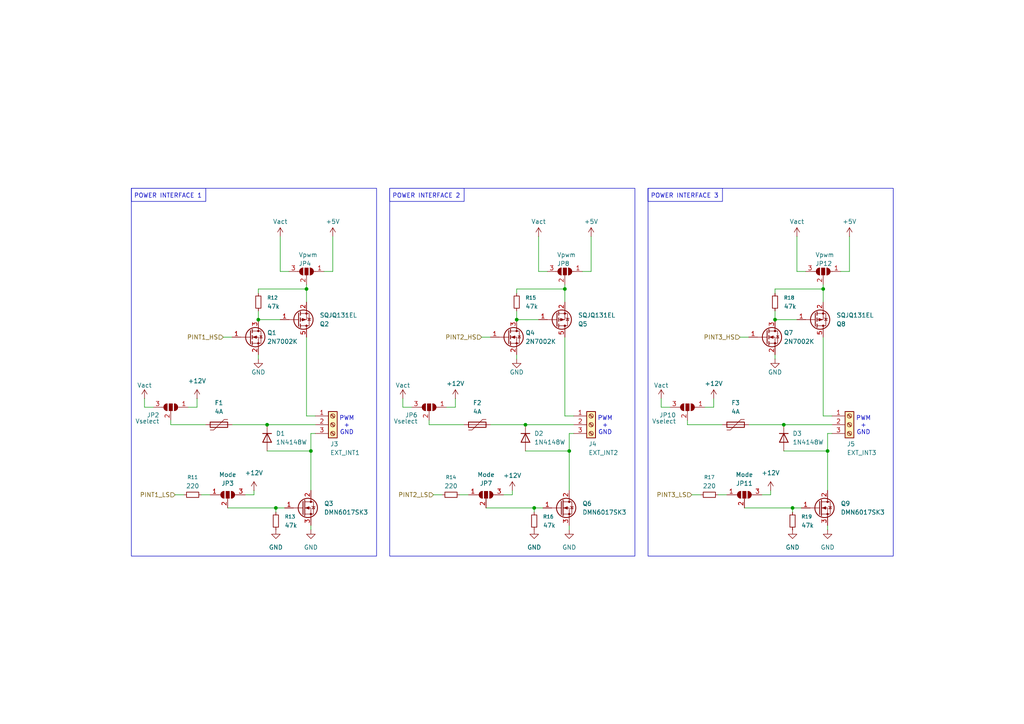
<source format=kicad_sch>
(kicad_sch (version 20250114) (generator "eeschema") (generator_version "9.0")
  (paper "A4")
  (title_block (title "Modulo Attuazione") (date "2025-11-28") (company "StarPi"))
  (lib_symbols
    (symbol "Connector:Screw_Terminal_01x03" (pin_names (offset 1.016) (hide yes))
      (property "Reference" "J" (at 0 5.08 0))
      (property "Value" "Screw_Terminal_01x03" (at 0 -5.08 0))
      (symbol "Screw_Terminal_01x03_1_1"
        (rectangle (start -1.27 3.81) (end 1.27 -3.81) (stroke (width 0.254)) (fill (type background)))
        (polyline (pts (xy -0.5334 2.8702) (xy 0.3302 2.032)) (stroke (width 0.1524)))
        (polyline (pts (xy -0.5334 0.3302) (xy 0.3302 -0.508)) (stroke (width 0.1524)))
        (polyline (pts (xy -0.5334 -2.2098) (xy 0.3302 -3.048)) (stroke (width 0.1524)))
        (polyline (pts (xy -0.3556 3.048) (xy 0.508 2.2098)) (stroke (width 0.1524)))
        (polyline (pts (xy -0.3556 0.508) (xy 0.508 -0.3302)) (stroke (width 0.1524)))
        (polyline (pts (xy -0.3556 -2.032) (xy 0.508 -2.8702)) (stroke (width 0.1524)))
        (circle (center 0 2.54) (radius 0.635) (stroke (width 0.1524)))
        (circle (center 0 0) (radius 0.635) (stroke (width 0.1524)))
        (circle (center 0 -2.54) (radius 0.635) (stroke (width 0.1524)))
        (pin passive line (at -5.08 2.54 0) (length 3.81) (name "Pin_1") (number "1"))
        (pin passive line (at -5.08 0 0) (length 3.81) (name "Pin_2") (number "2"))
        (pin passive line (at -5.08 -2.54 0) (length 3.81) (name "Pin_3") (number "3"))
      )
    )
    (symbol "Device:Polyfuse" (pin_numbers (hide yes)) (pin_names (offset 0))
      (property "Reference" "F" (at -2.54 0 90))
      (property "Value" "Polyfuse" (at 2.54 0 90))
      (symbol "Polyfuse_0_1"
        (polyline (pts (xy -1.524 2.54) (xy -1.524 1.524) (xy 1.524 -1.524) (xy 1.524 -2.54)))
        (rectangle (start -0.762 2.54) (end 0.762 -2.54) (stroke (width 0.254)))
        (polyline (pts (xy 0 2.54) (xy 0 -2.54)))
      )
      (symbol "Polyfuse_1_1"
        (pin passive line (at 0 3.81 270) (length 1.27) (name "~") (number "1"))
        (pin passive line (at 0 -3.81 90) (length 1.27) (name "~") (number "2"))
      )
    )
    (symbol "Device:R_Small" (pin_numbers (hide yes)) (pin_names (offset 0.254) (hide yes))
      (property "Reference" "R" (at 0 0 90))
      (property "Value" "R_Small" (at 1.778 0 90))
      (symbol "R_Small_0_1"
        (rectangle (start -0.762 1.778) (end 0.762 -1.778) (stroke (width 0.2032)))
      )
      (symbol "R_Small_1_1"
        (pin passive line (at 0 2.54 270) (length 0.762) (name "~") (number "1"))
        (pin passive line (at 0 -2.54 90) (length 0.762) (name "~") (number "2"))
      )
    )
    (symbol "Diode:1N4148W" (pin_numbers (hide yes)) (pin_names (hide yes))
      (property "Reference" "D" (at 0 2.54 0))
      (property "Value" "1N4148W" (at 0 -2.54 0))
      (symbol "1N4148W_0_1"
        (polyline (pts (xy -1.27 1.27) (xy -1.27 -1.27)) (stroke (width 0.254)))
        (polyline (pts (xy 1.27 1.27) (xy 1.27 -1.27) (xy -1.27 0) (xy 1.27 1.27)) (stroke (width 0.254)))
        (polyline (pts (xy 1.27 0) (xy -1.27 0)))
      )
      (symbol "1N4148W_1_1"
        (pin passive line (at -3.81 0 0) (length 2.54) (name "K") (number "1"))
        (pin passive line (at 3.81 0 180) (length 2.54) (name "A") (number "2"))
      )
    )
    (symbol "Jumper:SolderJumper_3_Open" (pin_names (offset 0) (hide yes)) (in_bom no)
      (property "Reference" "JP" (at -2.54 -2.54 0))
      (property "Value" "SolderJumper_3_Open" (at 0 2.794 0))
      (symbol "SolderJumper_3_Open_0_1"
        (polyline (pts (xy -2.54 0) (xy -2.032 0)))
        (polyline (pts (xy -1.016 1.016) (xy -1.016 -1.016)))
        (arc (start -1.016 -1.016) (mid -2.0276 0) (end -1.016 1.016))
        (arc (start -1.016 -1.016) (mid -2.0276 0) (end -1.016 1.016) (fill (type outline)))
        (rectangle (start -0.508 1.016) (end 0.508 -1.016) (fill (type outline)))
        (polyline (pts (xy 0 -1.27) (xy 0 -1.016)))
        (arc (start 1.016 1.016) (mid 2.0276 0) (end 1.016 -1.016))
        (arc (start 1.016 1.016) (mid 2.0276 0) (end 1.016 -1.016) (fill (type outline)))
        (polyline (pts (xy 1.016 1.016) (xy 1.016 -1.016)))
        (polyline (pts (xy 2.54 0) (xy 2.032 0)))
      )
      (symbol "SolderJumper_3_Open_1_1"
        (pin passive line (at -5.08 0 0) (length 2.54) (name "A") (number "1"))
        (pin passive line (at 0 -3.81 90) (length 2.54) (name "C") (number "2"))
        (pin passive line (at 5.08 0 180) (length 2.54) (name "B") (number "3"))
      )
    )
    (symbol "Transistor_FET:2N7002K" (pin_names (offset 0) (hide yes))
      (property "Reference" "Q" (at 5.08 1.905 0))
      (property "Value" "2N7002K" (at 5.08 0 0))
      (symbol "2N7002K_0_1"
        (polyline (pts (xy 0.254 1.905) (xy 0.254 -1.905)) (stroke (width 0.254)))
        (polyline (pts (xy 0.254 0) (xy -2.54 0)))
        (polyline (pts (xy 0.762 2.286) (xy 0.762 1.27)) (stroke (width 0.254)))
        (polyline (pts (xy 0.762 0.508) (xy 0.762 -0.508)) (stroke (width 0.254)))
        (polyline (pts (xy 0.762 -1.27) (xy 0.762 -2.286)) (stroke (width 0.254)))
        (polyline (pts (xy 0.762 -1.778) (xy 3.302 -1.778) (xy 3.302 1.778) (xy 0.762 1.778)))
        (polyline (pts (xy 1.016 0) (xy 2.032 0.381) (xy 2.032 -0.381) (xy 1.016 0)) (fill (type outline)))
        (circle (center 1.651 0) (radius 2.794) (stroke (width 0.254)))
        (polyline (pts (xy 2.54 2.54) (xy 2.54 1.778)))
        (circle (center 2.54 1.778) (radius 0.254) (fill (type outline)))
        (circle (center 2.54 -1.778) (radius 0.254) (fill (type outline)))
        (polyline (pts (xy 2.54 -2.54) (xy 2.54 0) (xy 0.762 0)))
        (polyline (pts (xy 2.921 0.381) (xy 3.683 0.381)))
        (polyline (pts (xy 3.302 0.381) (xy 2.921 -0.254) (xy 3.683 -0.254) (xy 3.302 0.381)))
      )
      (symbol "2N7002K_1_1"
        (pin input line (at -5.08 0 0) (length 2.54) (name "G") (number "1"))
        (pin passive line (at 2.54 5.08 270) (length 2.54) (name "D") (number "3"))
        (pin passive line (at 2.54 -5.08 90) (length 2.54) (name "S") (number "2"))
      )
    )
    (symbol "Transistor_FET:SQJQ131EL" (pin_names (hide yes))
      (property "Reference" "Q" (at 5.08 1.905 0))
      (property "Value" "SQJQ131EL" (at 5.08 0 0))
      (symbol "SQJQ131EL_0_1"
        (polyline (pts (xy 0.254 1.905) (xy 0.254 -1.905)) (stroke (width 0.254)))
        (polyline (pts (xy 0.254 0) (xy -2.54 0)))
        (polyline (pts (xy 0.762 2.286) (xy 0.762 1.27)) (stroke (width 0.254)))
        (polyline (pts (xy 0.762 1.778) (xy 3.302 1.778) (xy 3.302 -1.778) (xy 0.762 -1.778)))
        (polyline (pts (xy 0.762 0.508) (xy 0.762 -0.508)) (stroke (width 0.254)))
        (polyline (pts (xy 0.762 -1.27) (xy 0.762 -2.286)) (stroke (width 0.254)))
        (circle (center 1.651 0) (radius 2.794) (stroke (width 0.254)))
        (polyline (pts (xy 2.286 0) (xy 1.27 0.381) (xy 1.27 -0.381) (xy 2.286 0)) (fill (type outline)))
        (polyline (pts (xy 2.54 2.54) (xy 2.54 1.778)))
        (circle (center 2.54 1.778) (radius 0.254) (fill (type outline)))
        (circle (center 2.54 -1.778) (radius 0.254) (fill (type outline)))
        (polyline (pts (xy 2.54 -2.54) (xy 2.54 0) (xy 0.762 0)))
        (polyline (pts (xy 2.794 -0.508) (xy 2.921 -0.381) (xy 3.683 -0.381) (xy 3.81 -0.254)))
        (polyline (pts (xy 3.302 -0.381) (xy 2.921 0.254) (xy 3.683 0.254) (xy 3.302 -0.381)))
      )
      (symbol "SQJQ131EL_1_1"
        (pin input line (at -5.08 0 0) (length 2.54) (name "G") (number "1"))
        (pin passive line (at 2.54 5.08 270) (length 2.54) (name "D") (number "5"))
        (pin passive line (at 2.54 -5.08 90) (length 2.54) (name "S") (number "2"))
        (pin passive line (at 2.54 -5.08 90) (length 2.54) (hide yes) (name "S") (number "3"))
        (pin passive line (at 2.54 -5.08 90) (length 2.54) (hide yes) (name "S") (number "4"))
      )
    )
    (symbol "Transistor_FET_Other:Q_NMOS_Depletion_GDS" (pin_names (offset 0) (hide yes))
      (property "Reference" "Q" (at 5.08 1.905 0))
      (property "Value" "Q_NMOS_Depletion_GDS" (at 5.08 0 0))
      (symbol "Q_NMOS_Depletion_GDS_0_1"
        (polyline (pts (xy 0.254 1.905) (xy 0.254 -1.905)) (stroke (width 0.254)))
        (polyline (pts (xy 0.254 0) (xy -2.54 0)))
        (polyline (pts (xy 0.762 2.286) (xy 0.762 -2.286)) (stroke (width 0.254)))
        (polyline (pts (xy 0.762 -1.778) (xy 3.302 -1.778) (xy 3.302 1.778) (xy 0.762 1.778)))
        (polyline (pts (xy 1.016 0) (xy 2.032 0.381) (xy 2.032 -0.381) (xy 1.016 0)) (fill (type outline)))
        (circle (center 1.651 0) (radius 2.794) (stroke (width 0.254)))
        (polyline (pts (xy 2.54 2.54) (xy 2.54 1.778)))
        (circle (center 2.54 1.778) (radius 0.254) (fill (type outline)))
        (circle (center 2.54 -1.778) (radius 0.254) (fill (type outline)))
        (polyline (pts (xy 2.54 -2.54) (xy 2.54 0) (xy 0.762 0)))
        (polyline (pts (xy 2.794 0.508) (xy 2.921 0.381) (xy 3.683 0.381) (xy 3.81 0.254)))
        (polyline (pts (xy 3.302 0.381) (xy 2.921 -0.254) (xy 3.683 -0.254) (xy 3.302 0.381)))
      )
      (symbol "Q_NMOS_Depletion_GDS_1_1"
        (pin input line (at -5.08 0 0) (length 2.54) (name "G") (number "1"))
        (pin passive line (at 2.54 5.08 270) (length 2.54) (name "D") (number "2"))
        (pin passive line (at 2.54 -5.08 90) (length 2.54) (name "S") (number "3"))
      )
    )
    (symbol "power:+12V" (power) (pin_numbers (hide yes)) (pin_names (offset 0) (hide yes))
      (property "Value" "+12V" (at 0 3.556 0))
      (symbol "+12V_0_1"
        (polyline (pts (xy -0.762 1.27) (xy 0 2.54)))
        (polyline (pts (xy 0 2.54) (xy 0.762 1.27)))
        (polyline (pts (xy 0 0) (xy 0 2.54)))
      )
      (symbol "+12V_1_1"
        (pin power_in line (at 0 0 90) (length 0) (name "~") (number "1"))
      )
    )
    (symbol "power:+5V" (power) (pin_numbers (hide yes)) (pin_names (offset 0) (hide yes))
      (property "Value" "+5V" (at 0 3.556 0))
      (symbol "+5V_0_1"
        (polyline (pts (xy -0.762 1.27) (xy 0 2.54)))
        (polyline (pts (xy 0 2.54) (xy 0.762 1.27)))
        (polyline (pts (xy 0 0) (xy 0 2.54)))
      )
      (symbol "+5V_1_1"
        (pin power_in line (at 0 0 90) (length 0) (name "~") (number "1"))
      )
    )
    (symbol "power:+9V" (power) (pin_numbers (hide yes)) (pin_names (offset 0) (hide yes))
      (property "Value" "+9V" (at 0 3.556 0))
      (symbol "+9V_0_1"
        (polyline (pts (xy -0.762 1.27) (xy 0 2.54)))
        (polyline (pts (xy 0 2.54) (xy 0.762 1.27)))
        (polyline (pts (xy 0 0) (xy 0 2.54)))
      )
      (symbol "+9V_1_1"
        (pin power_in line (at 0 0 90) (length 0) (name "~") (number "1"))
      )
    )
    (symbol "power:GND" (power) (pin_numbers (hide yes)) (pin_names (offset 0) (hide yes))
      (property "Value" "GND" (at 0 -3.81 0))
      (symbol "GND_0_1"
        (polyline (pts (xy 0 0) (xy 0 -1.27) (xy 1.27 -1.27) (xy 0 -2.54) (xy -1.27 -1.27) (xy 0 -1.27)))
      )
      (symbol "GND_1_1"
        (pin power_in line (at 0 0 270) (length 0) (name "~") (number "1"))
      )
    )
  )
  (rectangle (start 38.1 54.61) (end 59.69 58.42))
  (rectangle (start 187.96 54.61) (end 259.08 161.29))
  (rectangle (start 38.1 54.61) (end 109.22 161.29))
  (rectangle (start 113.03 54.61) (end 134.62 58.42))
  (rectangle (start 113.03 54.61) (end 184.15 161.29))
  (rectangle (start 187.96 54.61) (end 209.55 58.42))
  (text "PWM\n+\nGND" (at 250.444 123.444 0) (effects (font (size 1.27 1.27))))
  (text "POWER INTERFACE 3" (at 188.722 56.896 0) (effects (font (size 1.27 1.27)) (justify left)))
  (text "POWER INTERFACE 1" (at 38.862 56.896 0) (effects (font (size 1.27 1.27)) (justify left)))
  (text "POWER INTERFACE 2" (at 113.792 56.896 0) (effects (font (size 1.27 1.27)) (justify left)))
  (text "PWM\n+\nGND" (at 100.584 123.444 0) (effects (font (size 1.27 1.27))))
  (text "PWM\n+\nGND" (at 175.514 123.444 0) (effects (font (size 1.27 1.27))))
  (junction (at 90.17 130.81))
  (junction (at 227.33 123.19))
  (junction (at 74.93 92.71))
  (junction (at 229.87 147.32))
  (junction (at 224.79 92.71))
  (junction (at 165.1 130.81))
  (junction (at 152.4 123.19))
  (junction (at 77.47 123.19))
  (junction (at 163.83 83.82))
  (junction (at 88.9 83.82))
  (junction (at 149.86 92.71))
  (junction (at 80.01 147.32))
  (junction (at 154.94 147.32))
  (junction (at 238.76 83.82))
  (junction (at 240.03 130.81))
  (wire (pts (xy 246.38 68.58) (xy 246.38 78.74)))
  (wire (pts (xy 200.66 143.51) (xy 203.2 143.51)))
  (wire (pts (xy 156.21 68.58) (xy 156.21 78.74)))
  (wire (pts (xy 165.1 152.4) (xy 165.1 153.67)))
  (wire (pts (xy 149.86 92.71) (xy 156.21 92.71)))
  (wire (pts (xy 90.17 130.81) (xy 90.17 125.73)))
  (wire (pts (xy 214.63 97.79) (xy 217.17 97.79)))
  (wire (pts (xy 231.14 68.58) (xy 231.14 78.74)))
  (wire (pts (xy 223.52 143.51) (xy 223.52 142.24)))
  (wire (pts (xy 207.01 118.11) (xy 207.01 115.57)))
  (wire (pts (xy 124.46 123.19) (xy 134.62 123.19)))
  (wire (pts (xy 142.24 123.19) (xy 152.4 123.19)))
  (wire (pts (xy 129.54 118.11) (xy 132.08 118.11)))
  (wire (pts (xy 90.17 125.73) (xy 91.44 125.73)))
  (wire (pts (xy 149.86 85.09) (xy 149.86 83.82)))
  (wire (pts (xy 88.9 97.79) (xy 88.9 120.65)))
  (wire (pts (xy 238.76 120.65) (xy 241.3 120.65)))
  (wire (pts (xy 199.39 123.19) (xy 209.55 123.19)))
  (wire (pts (xy 90.17 142.24) (xy 90.17 130.81)))
  (wire (pts (xy 165.1 130.81) (xy 165.1 125.73)))
  (wire (pts (xy 229.87 147.32) (xy 232.41 147.32)))
  (wire (pts (xy 57.15 118.11) (xy 57.15 115.57)))
  (wire (pts (xy 146.05 143.51) (xy 148.59 143.51)))
  (wire (pts (xy 208.28 143.51) (xy 210.82 143.51)))
  (wire (pts (xy 163.83 82.55) (xy 163.83 83.82)))
  (wire (pts (xy 49.53 123.19) (xy 49.53 121.92)))
  (wire (pts (xy 163.83 83.82) (xy 163.83 87.63)))
  (wire (pts (xy 73.66 143.51) (xy 73.66 142.24)))
  (wire (pts (xy 148.59 143.51) (xy 148.59 142.24)))
  (wire (pts (xy 224.79 83.82) (xy 238.76 83.82)))
  (wire (pts (xy 224.79 92.71) (xy 231.14 92.71)))
  (wire (pts (xy 74.93 104.14) (xy 74.93 102.87)))
  (wire (pts (xy 220.98 143.51) (xy 223.52 143.51)))
  (wire (pts (xy 231.14 78.74) (xy 233.68 78.74)))
  (wire (pts (xy 90.17 152.4) (xy 90.17 153.67)))
  (wire (pts (xy 81.28 78.74) (xy 83.82 78.74)))
  (wire (pts (xy 152.4 130.81) (xy 165.1 130.81)))
  (wire (pts (xy 240.03 152.4) (xy 240.03 153.67)))
  (wire (pts (xy 165.1 142.24) (xy 165.1 130.81)))
  (wire (pts (xy 41.91 118.11) (xy 44.45 118.11)))
  (wire (pts (xy 124.46 123.19) (xy 124.46 121.92)))
  (wire (pts (xy 199.39 123.19) (xy 199.39 121.92)))
  (wire (pts (xy 154.94 147.32) (xy 157.48 147.32)))
  (wire (pts (xy 80.01 147.32) (xy 82.55 147.32)))
  (wire (pts (xy 163.83 120.65) (xy 166.37 120.65)))
  (wire (pts (xy 81.28 68.58) (xy 81.28 78.74)))
  (wire (pts (xy 240.03 142.24) (xy 240.03 130.81)))
  (wire (pts (xy 156.21 78.74) (xy 158.75 78.74)))
  (wire (pts (xy 238.76 97.79) (xy 238.76 120.65)))
  (wire (pts (xy 58.42 143.51) (xy 60.96 143.51)))
  (wire (pts (xy 41.91 118.11) (xy 41.91 115.57)))
  (wire (pts (xy 50.8 143.51) (xy 53.34 143.51)))
  (wire (pts (xy 71.12 143.51) (xy 73.66 143.51)))
  (wire (pts (xy 96.52 68.58) (xy 96.52 78.74)))
  (wire (pts (xy 149.86 90.17) (xy 149.86 92.71)))
  (wire (pts (xy 74.93 83.82) (xy 88.9 83.82)))
  (wire (pts (xy 125.73 143.51) (xy 128.27 143.51)))
  (wire (pts (xy 49.53 123.19) (xy 59.69 123.19)))
  (wire (pts (xy 227.33 123.19) (xy 241.3 123.19)))
  (wire (pts (xy 154.94 148.59) (xy 154.94 147.32)))
  (wire (pts (xy 74.93 90.17) (xy 74.93 92.71)))
  (wire (pts (xy 152.4 123.19) (xy 166.37 123.19)))
  (wire (pts (xy 165.1 125.73) (xy 166.37 125.73)))
  (wire (pts (xy 215.9 147.32) (xy 229.87 147.32)))
  (wire (pts (xy 224.79 85.09) (xy 224.79 83.82)))
  (wire (pts (xy 227.33 130.81) (xy 240.03 130.81)))
  (wire (pts (xy 80.01 148.59) (xy 80.01 147.32)))
  (wire (pts (xy 191.77 118.11) (xy 194.31 118.11)))
  (wire (pts (xy 149.86 104.14) (xy 149.86 102.87)))
  (wire (pts (xy 66.04 147.32) (xy 80.01 147.32)))
  (wire (pts (xy 139.7 97.79) (xy 142.24 97.79)))
  (wire (pts (xy 77.47 123.19) (xy 91.44 123.19)))
  (wire (pts (xy 171.45 78.74) (xy 168.91 78.74)))
  (wire (pts (xy 116.84 118.11) (xy 119.38 118.11)))
  (wire (pts (xy 224.79 104.14) (xy 224.79 102.87)))
  (wire (pts (xy 191.77 118.11) (xy 191.77 115.57)))
  (wire (pts (xy 204.47 118.11) (xy 207.01 118.11)))
  (wire (pts (xy 133.35 143.51) (xy 135.89 143.51)))
  (wire (pts (xy 88.9 83.82) (xy 88.9 87.63)))
  (wire (pts (xy 116.84 118.11) (xy 116.84 115.57)))
  (wire (pts (xy 224.79 90.17) (xy 224.79 92.71)))
  (wire (pts (xy 88.9 120.65) (xy 91.44 120.65)))
  (wire (pts (xy 229.87 148.59) (xy 229.87 147.32)))
  (wire (pts (xy 171.45 68.58) (xy 171.45 78.74)))
  (wire (pts (xy 96.52 78.74) (xy 93.98 78.74)))
  (wire (pts (xy 240.03 125.73) (xy 241.3 125.73)))
  (wire (pts (xy 140.97 147.32) (xy 154.94 147.32)))
  (wire (pts (xy 67.31 123.19) (xy 77.47 123.19)))
  (wire (pts (xy 74.93 85.09) (xy 74.93 83.82)))
  (wire (pts (xy 74.93 92.71) (xy 81.28 92.71)))
  (wire (pts (xy 132.08 118.11) (xy 132.08 115.57)))
  (wire (pts (xy 149.86 83.82) (xy 163.83 83.82)))
  (wire (pts (xy 238.76 82.55) (xy 238.76 83.82)))
  (wire (pts (xy 64.77 97.79) (xy 67.31 97.79)))
  (wire (pts (xy 163.83 97.79) (xy 163.83 120.65)))
  (wire (pts (xy 88.9 82.55) (xy 88.9 83.82)))
  (wire (pts (xy 217.17 123.19) (xy 227.33 123.19)))
  (wire (pts (xy 238.76 83.82) (xy 238.76 87.63)))
  (wire (pts (xy 54.61 118.11) (xy 57.15 118.11)))
  (wire (pts (xy 246.38 78.74) (xy 243.84 78.74)))
  (wire (pts (xy 77.47 130.81) (xy 90.17 130.81)))
  (wire (pts (xy 240.03 130.81) (xy 240.03 125.73)))
  (hierarchical_label "PINT3_LS" (shape input) (at 200.66 143.51 180))
  (hierarchical_label "PINT1_HS" (shape input) (at 64.77 97.79 180))
  (hierarchical_label "PINT1_LS" (shape input) (at 50.8 143.51 180))
  (hierarchical_label "PINT2_HS" (shape input) (at 139.7 97.79 180))
  (hierarchical_label "PINT3_HS" (shape input) (at 214.63 97.79 180))
  (hierarchical_label "PINT2_LS" (shape input) (at 125.73 143.51 180))
  (symbol (lib_id "power:GND") (at 154.94 153.67 0) (unit 1)
    (property "Reference" "#PWR043" (effects (hide yes)))
    (property "Value" "GND" (at 154.94 158.75 0))
    (property "Description" "Power symbol creates a global label with name \"GND\" , ground" (effects (hide yes)))
  )
  (symbol (lib_id "Jumper:SolderJumper_3_Open") (at 88.9 78.74 0) (mirror y) (unit 1) (in_bom no)
    (property "Reference" "JP4" (at 86.614 76.454 0) (effects (justify right)))
    (property "Value" "Vpwm" (at 86.614 73.914 0) (effects (justify right)))
    (property "Footprint" "Jumper:SolderJumper-3_P2.0mm_Open_TrianglePad1.0x1.5mm_NumberLabels" (effects (hide yes)))
    (property "Description" "Solder Jumper, 3-pole, open" (effects (hide yes)))
  )
  (symbol (lib_id "Jumper:SolderJumper_3_Open") (at 140.97 143.51 0) (unit 1) (in_bom no)
    (property "Reference" "JP7" (at 140.97 140.208 0))
    (property "Value" "Mode" (at 140.97 137.668 0))
    (property "Footprint" "Jumper:SolderJumper-3_P2.0mm_Open_TrianglePad1.0x1.5mm_NumberLabels" (effects (hide yes)))
    (property "Description" "Solder Jumper, 3-pole, open" (effects (hide yes)))
  )
  (symbol (lib_id "power:+9V") (at 81.28 68.58 0) (unit 1)
    (property "Reference" "#PWR033" (effects (hide yes)))
    (property "Value" "Vact" (at 81.28 64.262 0))
    (property "Description" "Power symbol creates a global label with name \"+9V\"" (effects (hide yes)))
  )
  (symbol (lib_id "power:+9V") (at 191.77 115.57 0) (unit 1)
    (property "Reference" "#PWR027" (effects (hide yes)))
    (property "Value" "Vact" (at 191.77 111.76 0))
    (property "Description" "Power symbol creates a global label with name \"+9V\"" (effects (hide yes)))
  )
  (symbol (lib_id "Device:Polyfuse") (at 138.43 123.19 270) (unit 1)
    (property "Reference" "F2" (at 138.43 116.84 90))
    (property "Value" "4A" (at 138.43 119.38 90))
    (property "Footprint" "Fuse:Fuse_2920_7451Metric_Pad2.10x5.45mm_HandSolder" (effects (hide yes)))
  )
  (symbol (lib_id "power:+9V") (at 156.21 68.58 0) (unit 1)
    (property "Reference" "#PWR044" (effects (hide yes)))
    (property "Value" "Vact" (at 156.21 64.262 0))
    (property "Description" "Power symbol creates a global label with name \"+9V\"" (effects (hide yes)))
  )
  (symbol (lib_id "Transistor_FET:SQJQ131EL") (at 86.36 92.71 0) (mirror x) (unit 1)
    (property "Reference" "Q2" (at 92.71 93.9801 0) (effects (justify left)))
    (property "Value" "SQJQ131EL" (at 92.71 91.4401 0) (effects (justify left)))
    (property "Footprint" "Package_TO_SOT_SMD:LFPAK88" (effects (hide yes)))
    (property "Datasheet" "https://www.vishay.com/docs/77936/sqjq131el.pdf" (effects (hide yes)))
    (property "Description" "-280A Id, 30V Vds, P-Channel MOSFET, 1.4mOhm Ron, 82nC Qgd, -55 to 175 °C, LFPAK88" (effects (hide yes)))
    (property "Sim.Device" "PMOS" (effects (hide yes)))
    (property "Sim.Type" "VDMOS" (effects (hide yes)))
    (property "Sim.Pins" "1=D 2=G 3=S" (effects (hide yes)))
  )
  (symbol (lib_id "Diode:1N4148W") (at 152.4 127 270) (unit 1)
    (property "Reference" "D2" (at 154.94 125.7299 90) (effects (justify left)))
    (property "Value" "1N4148W" (at 154.94 128.2699 90) (effects (justify left)))
    (property "Footprint" "Diode_SMD:D_SOD-123" (effects (hide yes)))
    (property "Datasheet" "https://www.vishay.com/docs/85748/1n4148w.pdf" (effects (hide yes)))
    (property "Description" "75V 0.15A Fast Switching Diode, SOD-123" (effects (hide yes)))
    (property "Sim.Device" "D" (effects (hide yes)))
    (property "Sim.Pins" "1=K 2=A" (effects (hide yes)))
  )
  (symbol (lib_id "Jumper:SolderJumper_3_Open") (at 215.9 143.51 0) (unit 1) (in_bom no)
    (property "Reference" "JP11" (at 215.9 140.208 0))
    (property "Value" "Mode" (at 215.9 137.668 0))
    (property "Footprint" "Jumper:SolderJumper-3_P2.0mm_Open_TrianglePad1.0x1.5mm_NumberLabels" (effects (hide yes)))
    (property "Description" "Solder Jumper, 3-pole, open" (effects (hide yes)))
  )
  (symbol (lib_id "power:GND") (at 90.17 153.67 0) (unit 1)
    (property "Reference" "#PWR034" (effects (hide yes)))
    (property "Value" "GND" (at 90.17 158.75 0))
    (property "Description" "Power symbol creates a global label with name \"GND\" , ground" (effects (hide yes)))
  )
  (symbol (lib_id "Connector:Screw_Terminal_01x03") (at 171.45 123.19 0) (unit 1)
    (property "Reference" "J4" (at 170.688 128.778 0) (effects (justify left)))
    (property "Value" "EXT_INT2" (at 170.688 131.318 0) (effects (justify left)))
    (property "Footprint" "TerminalBlock_Phoenix:TerminalBlock_Phoenix_MKDS-1-3-3.81_1x03_P3.81mm_Horizontal" (effects (hide yes)))
    (property "Description" "Generic screw terminal, single row, 01x03, script generated (kicad-library-utils/schlib/autogen/connector/)" (effects (hide yes)))
  )
  (symbol (lib_id "Diode:1N4148W") (at 227.33 127 270) (unit 1)
    (property "Reference" "D3" (at 229.87 125.7299 90) (effects (justify left)))
    (property "Value" "1N4148W" (at 229.87 128.2699 90) (effects (justify left)))
    (property "Footprint" "Diode_SMD:D_SOD-123" (effects (hide yes)))
    (property "Datasheet" "https://www.vishay.com/docs/85748/1n4148w.pdf" (effects (hide yes)))
    (property "Description" "75V 0.15A Fast Switching Diode, SOD-123" (effects (hide yes)))
    (property "Sim.Device" "D" (effects (hide yes)))
    (property "Sim.Pins" "1=K 2=A" (effects (hide yes)))
  )
  (symbol (lib_id "Jumper:SolderJumper_3_Open") (at 163.83 78.74 0) (mirror y) (unit 1) (in_bom no)
    (property "Reference" "JP8" (at 161.544 76.454 0) (effects (justify right)))
    (property "Value" "Vpwm" (at 161.544 73.914 0) (effects (justify right)))
    (property "Footprint" "Jumper:SolderJumper-3_P2.0mm_Open_TrianglePad1.0x1.5mm_NumberLabels" (effects (hide yes)))
    (property "Description" "Solder Jumper, 3-pole, open" (effects (hide yes)))
  )
  (symbol (lib_id "power:+12V") (at 148.59 142.24 0) (unit 1)
    (property "Reference" "#PWR041" (effects (hide yes)))
    (property "Value" "+12V" (at 148.59 137.922 0))
    (property "Description" "Power symbol creates a global label with name \"+12V\"" (effects (hide yes)))
  )
  (symbol (lib_id "power:GND") (at 229.87 153.67 0) (unit 1)
    (property "Reference" "#PWR054" (effects (hide yes)))
    (property "Value" "GND" (at 229.87 158.75 0))
    (property "Description" "Power symbol creates a global label with name \"GND\" , ground" (effects (hide yes)))
  )
  (symbol (lib_id "Device:Polyfuse") (at 213.36 123.19 270) (unit 1)
    (property "Reference" "F3" (at 213.36 116.84 90))
    (property "Value" "4A" (at 213.36 119.38 90))
    (property "Footprint" "Fuse:Fuse_2920_7451Metric_Pad2.10x5.45mm_HandSolder" (effects (hide yes)))
  )
  (symbol (lib_id "Transistor_FET:2N7002K") (at 222.25 97.79 0) (unit 1)
    (property "Reference" "Q7" (at 227.33 96.52 0) (effects (justify left)))
    (property "Value" "2N7002K" (at 227.33 99.06 0) (effects (justify left)))
    (property "Footprint" "Package_TO_SOT_SMD:SOT-23" (effects (hide yes)))
    (property "Datasheet" "https://www.diodes.com/assets/Datasheets/ds30896.pdf" (effects (hide yes)))
    (property "Description" "0.38A Id, 60V Vds, N-Channel MOSFET, SOT-23" (effects (hide yes)))
  )
  (symbol (lib_id "Connector:Screw_Terminal_01x03") (at 246.38 123.19 0) (unit 1)
    (property "Reference" "J5" (at 245.618 128.778 0) (effects (justify left)))
    (property "Value" "EXT_INT3" (at 245.618 131.318 0) (effects (justify left)))
    (property "Footprint" "TerminalBlock_Phoenix:TerminalBlock_Phoenix_MKDS-1-3-3.81_1x03_P3.81mm_Horizontal" (effects (hide yes)))
    (property "Description" "Generic screw terminal, single row, 01x03, script generated (kicad-library-utils/schlib/autogen/connector/)" (effects (hide yes)))
  )
  (symbol (lib_id "Jumper:SolderJumper_3_Open") (at 124.46 118.11 0) (mirror y) (unit 1) (in_bom no)
    (property "Reference" "JP6" (at 121.158 120.396 0) (effects (justify left)))
    (property "Value" "Vselect" (at 121.1579 122.174 0) (effects (justify left)))
    (property "Footprint" "Jumper:SolderJumper-3_P2.0mm_Open_TrianglePad1.0x1.5mm_NumberLabels" (effects (hide yes)))
    (property "Description" "Solder Jumper, 3-pole, open" (effects (hide yes)))
  )
  (symbol (lib_id "power:GND") (at 224.79 104.14 0) (unit 1)
    (property "Reference" "#PWR053" (effects (hide yes)))
    (property "Value" "GND" (at 224.79 107.95 0))
    (property "Description" "Power symbol creates a global label with name \"GND\" , ground" (effects (hide yes)))
  )
  (symbol (lib_id "Transistor_FET_Other:Q_NMOS_Depletion_GDS") (at 237.49 147.32 0) (unit 1)
    (property "Reference" "Q9" (at 243.84 146.0499 0) (effects (justify left)))
    (property "Value" "DMN6017SK3" (at 243.84 148.5899 0) (effects (justify left)))
    (property "Footprint" "Package_TO_SOT_SMD:TO-252-2" (effects (hide yes)))
    (property "Description" "Depletion-mode N-channel MOSFET gate/drain/source" (effects (hide yes)))
  )
  (symbol (lib_id "Device:R_Small") (at 55.88 143.51 90) (unit 1)
    (property "Reference" "R11" (at 55.88 138.43 90) (effects (font (size 1.016 1.016))))
    (property "Value" "220" (at 55.88 140.97 90))
    (property "Footprint" "Resistor_SMD:R_0603_1608Metric_Pad0.98x0.95mm_HandSolder" (effects (hide yes)))
    (property "Description" "Resistor, small symbol" (effects (hide yes)))
  )
  (symbol (lib_id "power:+12V") (at 57.15 115.57 0) (unit 1)
    (property "Reference" "#PWR028" (effects (hide yes)))
    (property "Value" "+12V" (at 57.15 110.49 0))
    (property "Description" "Power symbol creates a global label with name \"+12V\"" (effects (hide yes)))
  )
  (symbol (lib_id "Device:R_Small") (at 229.87 151.13 180) (unit 1)
    (property "Reference" "R19" (at 232.41 149.8599 0) (effects (font (size 1.016 1.016)) (justify right)))
    (property "Value" "47k" (at 232.41 152.3999 0) (effects (justify right)))
    (property "Footprint" "Resistor_SMD:R_0603_1608Metric_Pad0.98x0.95mm_HandSolder" (effects (hide yes)))
    (property "Description" "Resistor, small symbol" (effects (hide yes)))
  )
  (symbol (lib_id "power:GND") (at 149.86 104.14 0) (unit 1)
    (property "Reference" "#PWR042" (effects (hide yes)))
    (property "Value" "GND" (at 149.86 107.95 0))
    (property "Description" "Power symbol creates a global label with name \"GND\" , ground" (effects (hide yes)))
  )
  (symbol (lib_id "power:GND") (at 80.01 153.67 0) (unit 1)
    (property "Reference" "#PWR032" (effects (hide yes)))
    (property "Value" "GND" (at 80.01 158.75 0))
    (property "Description" "Power symbol creates a global label with name \"GND\" , ground" (effects (hide yes)))
  )
  (symbol (lib_id "power:+9V") (at 41.91 115.57 0) (unit 1)
    (property "Reference" "#PWR025" (effects (hide yes)))
    (property "Value" "Vact" (at 41.91 111.76 0))
    (property "Description" "Power symbol creates a global label with name \"+9V\"" (effects (hide yes)))
  )
  (symbol (lib_id "Jumper:SolderJumper_3_Open") (at 66.04 143.51 0) (unit 1) (in_bom no)
    (property "Reference" "JP3" (at 66.04 140.208 0))
    (property "Value" "Mode" (at 66.04 137.668 0))
    (property "Footprint" "Jumper:SolderJumper-3_P2.0mm_Open_TrianglePad1.0x1.5mm_NumberLabels" (effects (hide yes)))
    (property "Description" "Solder Jumper, 3-pole, open" (effects (hide yes)))
  )
  (symbol (lib_id "Jumper:SolderJumper_3_Open") (at 199.39 118.11 0) (mirror y) (unit 1) (in_bom no)
    (property "Reference" "JP10" (at 196.088 120.396 0) (effects (justify left)))
    (property "Value" "Vselect" (at 196.0879 122.174 0) (effects (justify left)))
    (property "Footprint" "Jumper:SolderJumper-3_P2.0mm_Open_TrianglePad1.0x1.5mm_NumberLabels" (effects (hide yes)))
    (property "Description" "Solder Jumper, 3-pole, open" (effects (hide yes)))
  )
  (symbol (lib_id "Transistor_FET:SQJQ131EL") (at 236.22 92.71 0) (mirror x) (unit 1)
    (property "Reference" "Q8" (at 242.57 93.9801 0) (effects (justify left)))
    (property "Value" "SQJQ131EL" (at 242.57 91.4401 0) (effects (justify left)))
    (property "Footprint" "Package_TO_SOT_SMD:LFPAK88" (effects (hide yes)))
    (property "Datasheet" "https://www.vishay.com/docs/77936/sqjq131el.pdf" (effects (hide yes)))
    (property "Description" "-280A Id, 30V Vds, P-Channel MOSFET, 1.4mOhm Ron, 82nC Qgd, -55 to 175 °C, LFPAK88" (effects (hide yes)))
    (property "Sim.Device" "PMOS" (effects (hide yes)))
    (property "Sim.Type" "VDMOS" (effects (hide yes)))
    (property "Sim.Pins" "1=D 2=G 3=S" (effects (hide yes)))
  )
  (symbol (lib_id "power:+9V") (at 116.84 115.57 0) (unit 1)
    (property "Reference" "#PWR026" (effects (hide yes)))
    (property "Value" "Vact" (at 116.84 111.76 0))
    (property "Description" "Power symbol creates a global label with name \"+9V\"" (effects (hide yes)))
  )
  (symbol (lib_id "power:+9V") (at 231.14 68.58 0) (unit 1)
    (property "Reference" "#PWR055" (effects (hide yes)))
    (property "Value" "Vact" (at 231.14 64.262 0))
    (property "Description" "Power symbol creates a global label with name \"+9V\"" (effects (hide yes)))
  )
  (symbol (lib_id "Device:R_Small") (at 224.79 87.63 180) (unit 1)
    (property "Reference" "R18" (at 227.33 86.3599 0) (effects (font (size 1.016 1.016)) (justify right)))
    (property "Value" "47k" (at 227.33 88.8999 0) (effects (justify right)))
    (property "Footprint" "Resistor_SMD:R_0603_1608Metric_Pad0.98x0.95mm_HandSolder" (effects (hide yes)))
    (property "Description" "Resistor, small symbol" (effects (hide yes)))
  )
  (symbol (lib_id "Jumper:SolderJumper_3_Open") (at 238.76 78.74 0) (mirror y) (unit 1) (in_bom no)
    (property "Reference" "JP12" (at 236.474 76.454 0) (effects (justify right)))
    (property "Value" "Vpwm" (at 236.474 73.914 0) (effects (justify right)))
    (property "Footprint" "Jumper:SolderJumper-3_P2.0mm_Open_TrianglePad1.0x1.5mm_NumberLabels" (effects (hide yes)))
    (property "Description" "Solder Jumper, 3-pole, open" (effects (hide yes)))
  )
  (symbol (lib_id "Device:R_Small") (at 154.94 151.13 180) (unit 1)
    (property "Reference" "R16" (at 157.48 149.8599 0) (effects (font (size 1.016 1.016)) (justify right)))
    (property "Value" "47k" (at 157.48 152.3999 0) (effects (justify right)))
    (property "Footprint" "Resistor_SMD:R_0603_1608Metric_Pad0.98x0.95mm_HandSolder" (effects (hide yes)))
    (property "Description" "Resistor, small symbol" (effects (hide yes)))
  )
  (symbol (lib_id "power:GND") (at 165.1 153.67 0) (unit 1)
    (property "Reference" "#PWR045" (effects (hide yes)))
    (property "Value" "GND" (at 165.1 158.75 0))
    (property "Description" "Power symbol creates a global label with name \"GND\" , ground" (effects (hide yes)))
  )
  (symbol (lib_id "power:+12V") (at 73.66 142.24 0) (unit 1)
    (property "Reference" "#PWR030" (effects (hide yes)))
    (property "Value" "+12V" (at 73.66 137.16 0))
    (property "Description" "Power symbol creates a global label with name \"+12V\"" (effects (hide yes)))
  )
  (symbol (lib_id "Transistor_FET:2N7002K") (at 72.39 97.79 0) (unit 1)
    (property "Reference" "Q1" (at 77.47 96.52 0) (effects (justify left)))
    (property "Value" "2N7002K" (at 77.47 99.06 0) (effects (justify left)))
    (property "Footprint" "Package_TO_SOT_SMD:SOT-23" (effects (hide yes)))
    (property "Datasheet" "https://www.diodes.com/assets/Datasheets/ds30896.pdf" (effects (hide yes)))
    (property "Description" "0.38A Id, 60V Vds, N-Channel MOSFET, SOT-23" (effects (hide yes)))
  )
  (symbol (lib_id "Device:R_Small") (at 80.01 151.13 180) (unit 1)
    (property "Reference" "R13" (at 82.55 149.8599 0) (effects (font (size 1.016 1.016)) (justify right)))
    (property "Value" "47k" (at 82.55 152.3999 0) (effects (justify right)))
    (property "Footprint" "Resistor_SMD:R_0603_1608Metric_Pad0.98x0.95mm_HandSolder" (effects (hide yes)))
    (property "Description" "Resistor, small symbol" (effects (hide yes)))
  )
  (symbol (lib_id "power:+12V") (at 223.52 142.24 0) (unit 1)
    (property "Reference" "#PWR052" (effects (hide yes)))
    (property "Value" "+12V" (at 223.52 137.16 0))
    (property "Description" "Power symbol creates a global label with name \"+12V\"" (effects (hide yes)))
  )
  (symbol (lib_id "Diode:1N4148W") (at 77.47 127 270) (unit 1)
    (property "Reference" "D1" (at 80.01 125.7299 90) (effects (justify left)))
    (property "Value" "1N4148W" (at 80.01 128.2699 90) (effects (justify left)))
    (property "Footprint" "Diode_SMD:D_SOD-123" (effects (hide yes)))
    (property "Datasheet" "https://www.vishay.com/docs/85748/1n4148w.pdf" (effects (hide yes)))
    (property "Description" "75V 0.15A Fast Switching Diode, SOD-123" (effects (hide yes)))
    (property "Sim.Device" "D" (effects (hide yes)))
    (property "Sim.Pins" "1=K 2=A" (effects (hide yes)))
  )
  (symbol (lib_id "Transistor_FET:SQJQ131EL") (at 161.29 92.71 0) (mirror x) (unit 1)
    (property "Reference" "Q5" (at 167.64 93.9801 0) (effects (justify left)))
    (property "Value" "SQJQ131EL" (at 167.64 91.4401 0) (effects (justify left)))
    (property "Footprint" "Package_TO_SOT_SMD:LFPAK88" (effects (hide yes)))
    (property "Datasheet" "https://www.vishay.com/docs/77936/sqjq131el.pdf" (effects (hide yes)))
    (property "Description" "-280A Id, 30V Vds, P-Channel MOSFET, 1.4mOhm Ron, 82nC Qgd, -55 to 175 °C, LFPAK88" (effects (hide yes)))
    (property "Sim.Device" "PMOS" (effects (hide yes)))
    (property "Sim.Type" "VDMOS" (effects (hide yes)))
    (property "Sim.Pins" "1=D 2=G 3=S" (effects (hide yes)))
  )
  (symbol (lib_id "Transistor_FET_Other:Q_NMOS_Depletion_GDS") (at 87.63 147.32 0) (unit 1)
    (property "Reference" "Q3" (at 93.98 146.0499 0) (effects (justify left)))
    (property "Value" "DMN6017SK3" (at 93.98 148.5899 0) (effects (justify left)))
    (property "Footprint" "Package_TO_SOT_SMD:TO-252-2" (effects (hide yes)))
    (property "Description" "Depletion-mode N-channel MOSFET gate/drain/source" (effects (hide yes)))
  )
  (symbol (lib_id "power:+5V") (at 96.52 68.58 0) (unit 1)
    (property "Reference" "#PWR035" (effects (hide yes)))
    (property "Value" "+5V" (at 96.52 64.262 0))
    (property "Description" "Power symbol creates a global label with name \"+5V\"" (effects (hide yes)))
  )
  (symbol (lib_id "power:+5V") (at 171.45 68.58 0) (unit 1)
    (property "Reference" "#PWR046" (effects (hide yes)))
    (property "Value" "+5V" (at 171.45 64.262 0))
    (property "Description" "Power symbol creates a global label with name \"+5V\"" (effects (hide yes)))
  )
  (symbol (lib_id "power:+12V") (at 207.01 115.57 0) (unit 1)
    (property "Reference" "#PWR050" (effects (hide yes)))
    (property "Value" "+12V" (at 207.01 111.252 0))
    (property "Description" "Power symbol creates a global label with name \"+12V\"" (effects (hide yes)))
  )
  (symbol (lib_id "Transistor_FET:2N7002K") (at 147.32 97.79 0) (unit 1)
    (property "Reference" "Q4" (at 152.4 96.52 0) (effects (justify left)))
    (property "Value" "2N7002K" (at 152.4 99.06 0) (effects (justify left)))
    (property "Footprint" "Package_TO_SOT_SMD:SOT-23" (effects (hide yes)))
    (property "Datasheet" "https://www.diodes.com/assets/Datasheets/ds30896.pdf" (effects (hide yes)))
    (property "Description" "0.38A Id, 60V Vds, N-Channel MOSFET, SOT-23" (effects (hide yes)))
  )
  (symbol (lib_id "power:GND") (at 74.93 104.14 0) (unit 1)
    (property "Reference" "#PWR031" (effects (hide yes)))
    (property "Value" "GND" (at 74.93 107.95 0))
    (property "Description" "Power symbol creates a global label with name \"GND\" , ground" (effects (hide yes)))
  )
  (symbol (lib_id "power:+5V") (at 246.38 68.58 0) (unit 1)
    (property "Reference" "#PWR057" (effects (hide yes)))
    (property "Value" "+5V" (at 246.38 64.262 0))
    (property "Description" "Power symbol creates a global label with name \"+5V\"" (effects (hide yes)))
  )
  (symbol (lib_id "power:GND") (at 240.03 153.67 0) (unit 1)
    (property "Reference" "#PWR056" (effects (hide yes)))
    (property "Value" "GND" (at 240.03 158.75 0))
    (property "Description" "Power symbol creates a global label with name \"GND\" , ground" (effects (hide yes)))
  )
  (symbol (lib_id "Transistor_FET_Other:Q_NMOS_Depletion_GDS") (at 162.56 147.32 0) (unit 1)
    (property "Reference" "Q6" (at 168.91 146.0499 0) (effects (justify left)))
    (property "Value" "DMN6017SK3" (at 168.91 148.5899 0) (effects (justify left)))
    (property "Footprint" "Package_TO_SOT_SMD:TO-252-2" (effects (hide yes)))
    (property "Description" "Depletion-mode N-channel MOSFET gate/drain/source" (effects (hide yes)))
  )
  (symbol (lib_id "Device:R_Small") (at 74.93 87.63 180) (unit 1)
    (property "Reference" "R12" (at 77.47 86.3599 0) (effects (font (size 1.016 1.016)) (justify right)))
    (property "Value" "47k" (at 77.47 88.8999 0) (effects (justify right)))
    (property "Footprint" "Resistor_SMD:R_0603_1608Metric_Pad0.98x0.95mm_HandSolder" (effects (hide yes)))
    (property "Description" "Resistor, small symbol" (effects (hide yes)))
  )
  (symbol (lib_id "Device:Polyfuse") (at 63.5 123.19 270) (unit 1)
    (property "Reference" "F1" (at 63.5 116.84 90))
    (property "Value" "4A" (at 63.5 119.38 90))
    (property "Footprint" "Fuse:Fuse_2920_7451Metric_Pad2.10x5.45mm_HandSolder" (effects (hide yes)))
  )
  (symbol (lib_id "Device:R_Small") (at 149.86 87.63 180) (unit 1)
    (property "Reference" "R15" (at 152.4 86.3599 0) (effects (font (size 1.016 1.016)) (justify right)))
    (property "Value" "47k" (at 152.4 88.8999 0) (effects (justify right)))
    (property "Footprint" "Resistor_SMD:R_0603_1608Metric_Pad0.98x0.95mm_HandSolder" (effects (hide yes)))
    (property "Description" "Resistor, small symbol" (effects (hide yes)))
  )
  (symbol (lib_id "Device:R_Small") (at 205.74 143.51 90) (unit 1)
    (property "Reference" "R17" (at 205.74 138.43 90) (effects (font (size 1.016 1.016))))
    (property "Value" "220" (at 205.74 140.97 90))
    (property "Footprint" "Resistor_SMD:R_0603_1608Metric_Pad0.98x0.95mm_HandSolder" (effects (hide yes)))
    (property "Description" "Resistor, small symbol" (effects (hide yes)))
  )
  (symbol (lib_id "Device:R_Small") (at 130.81 143.51 90) (unit 1)
    (property "Reference" "R14" (at 130.81 138.43 90) (effects (font (size 1.016 1.016))))
    (property "Value" "220" (at 130.81 140.97 90))
    (property "Footprint" "Resistor_SMD:R_0603_1608Metric_Pad0.98x0.95mm_HandSolder" (effects (hide yes)))
    (property "Description" "Resistor, small symbol" (effects (hide yes)))
  )
  (symbol (lib_id "Connector:Screw_Terminal_01x03") (at 96.52 123.19 0) (unit 1)
    (property "Reference" "J3" (at 95.758 128.778 0) (effects (justify left)))
    (property "Value" "EXT_INT1" (at 95.758 131.318 0) (effects (justify left)))
    (property "Footprint" "TerminalBlock_Phoenix:TerminalBlock_Phoenix_MKDS-1-3-3.81_1x03_P3.81mm_Horizontal" (effects (hide yes)))
    (property "Description" "Generic screw terminal, single row, 01x03, script generated (kicad-library-utils/schlib/autogen/connector/)" (effects (hide yes)))
  )
  (symbol (lib_id "power:+12V") (at 132.08 115.57 0) (unit 1)
    (property "Reference" "#PWR039" (effects (hide yes)))
    (property "Value" "+12V" (at 132.08 111.252 0))
    (property "Description" "Power symbol creates a global label with name \"+12V\"" (effects (hide yes)))
  )
  (symbol (lib_id "Jumper:SolderJumper_3_Open") (at 49.53 118.11 0) (mirror y) (unit 1) (in_bom no)
    (property "Reference" "JP2" (at 46.228 120.396 0) (effects (justify left)))
    (property "Value" "Vselect" (at 46.2279 122.174 0) (effects (justify left)))
    (property "Footprint" "Jumper:SolderJumper-3_P2.0mm_Open_TrianglePad1.0x1.5mm_NumberLabels" (effects (hide yes)))
    (property "Description" "Solder Jumper, 3-pole, open" (effects (hide yes)))
  )
)
</source>
